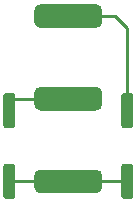
<source format=gbr>
%TF.GenerationSoftware,KiCad,Pcbnew,(5.1.6)-1*%
%TF.CreationDate,2020-07-06T16:42:28-04:00*%
%TF.ProjectId,HarwinHVv2board,48617277-696e-4485-9676-32626f617264,rev?*%
%TF.SameCoordinates,Original*%
%TF.FileFunction,Copper,L1,Top*%
%TF.FilePolarity,Positive*%
%FSLAX46Y46*%
G04 Gerber Fmt 4.6, Leading zero omitted, Abs format (unit mm)*
G04 Created by KiCad (PCBNEW (5.1.6)-1) date 2020-07-06 16:42:28*
%MOMM*%
%LPD*%
G01*
G04 APERTURE LIST*
%TA.AperFunction,Conductor*%
%ADD10C,0.250000*%
%TD*%
G04 APERTURE END LIST*
%TO.P,J4,1*%
%TO.N,Net-(J1-Pad1)*%
%TA.AperFunction,ComponentPad*%
G36*
G01*
X153125000Y-100000000D02*
X153125000Y-99000000D01*
G75*
G02*
X153625000Y-98500000I500000J0D01*
G01*
X158375000Y-98500000D01*
G75*
G02*
X158875000Y-99000000I0J-500000D01*
G01*
X158875000Y-100000000D01*
G75*
G02*
X158375000Y-100500000I-500000J0D01*
G01*
X153625000Y-100500000D01*
G75*
G02*
X153125000Y-100000000I0J500000D01*
G01*
G37*
%TD.AperFunction*%
%TD*%
%TO.P,J5,1*%
%TO.N,Net-(J2-Pad1)*%
%TA.AperFunction,ComponentPad*%
G36*
G01*
X153125000Y-107000000D02*
X153125000Y-106000000D01*
G75*
G02*
X153625000Y-105500000I500000J0D01*
G01*
X158375000Y-105500000D01*
G75*
G02*
X158875000Y-106000000I0J-500000D01*
G01*
X158875000Y-107000000D01*
G75*
G02*
X158375000Y-107500000I-500000J0D01*
G01*
X153625000Y-107500000D01*
G75*
G02*
X153125000Y-107000000I0J500000D01*
G01*
G37*
%TD.AperFunction*%
%TD*%
%TO.P,J3,1*%
%TO.N,Net-(J3-Pad1)*%
%TA.AperFunction,ComponentPad*%
G36*
G01*
X153125000Y-93000000D02*
X153125000Y-92000000D01*
G75*
G02*
X153625000Y-91500000I500000J0D01*
G01*
X158375000Y-91500000D01*
G75*
G02*
X158875000Y-92000000I0J-500000D01*
G01*
X158875000Y-93000000D01*
G75*
G02*
X158375000Y-93500000I-500000J0D01*
G01*
X153625000Y-93500000D01*
G75*
G02*
X153125000Y-93000000I0J500000D01*
G01*
G37*
%TD.AperFunction*%
%TD*%
%TO.P,J7,1*%
%TO.N,Net-(J2-Pad1)*%
%TA.AperFunction,SMDPad,CuDef*%
G36*
G01*
X160500000Y-107750000D02*
X160500000Y-105250000D01*
G75*
G02*
X160750000Y-105000000I250000J0D01*
G01*
X161250000Y-105000000D01*
G75*
G02*
X161500000Y-105250000I0J-250000D01*
G01*
X161500000Y-107750000D01*
G75*
G02*
X161250000Y-108000000I-250000J0D01*
G01*
X160750000Y-108000000D01*
G75*
G02*
X160500000Y-107750000I0J250000D01*
G01*
G37*
%TD.AperFunction*%
%TD*%
%TO.P,J6,1*%
%TO.N,Net-(J3-Pad1)*%
%TA.AperFunction,SMDPad,CuDef*%
G36*
G01*
X160500000Y-101750000D02*
X160500000Y-99250000D01*
G75*
G02*
X160750000Y-99000000I250000J0D01*
G01*
X161250000Y-99000000D01*
G75*
G02*
X161500000Y-99250000I0J-250000D01*
G01*
X161500000Y-101750000D01*
G75*
G02*
X161250000Y-102000000I-250000J0D01*
G01*
X160750000Y-102000000D01*
G75*
G02*
X160500000Y-101750000I0J250000D01*
G01*
G37*
%TD.AperFunction*%
%TD*%
%TO.P,J2,1*%
%TO.N,Net-(J2-Pad1)*%
%TA.AperFunction,SMDPad,CuDef*%
G36*
G01*
X150500000Y-107750000D02*
X150500000Y-105250000D01*
G75*
G02*
X150750000Y-105000000I250000J0D01*
G01*
X151250000Y-105000000D01*
G75*
G02*
X151500000Y-105250000I0J-250000D01*
G01*
X151500000Y-107750000D01*
G75*
G02*
X151250000Y-108000000I-250000J0D01*
G01*
X150750000Y-108000000D01*
G75*
G02*
X150500000Y-107750000I0J250000D01*
G01*
G37*
%TD.AperFunction*%
%TD*%
%TO.P,J1,1*%
%TO.N,Net-(J1-Pad1)*%
%TA.AperFunction,SMDPad,CuDef*%
G36*
G01*
X150500000Y-101750000D02*
X150500000Y-99250000D01*
G75*
G02*
X150750000Y-99000000I250000J0D01*
G01*
X151250000Y-99000000D01*
G75*
G02*
X151500000Y-99250000I0J-250000D01*
G01*
X151500000Y-101750000D01*
G75*
G02*
X151250000Y-102000000I-250000J0D01*
G01*
X150750000Y-102000000D01*
G75*
G02*
X150500000Y-101750000I0J250000D01*
G01*
G37*
%TD.AperFunction*%
%TD*%
D10*
%TO.N,Net-(J1-Pad1)*%
X156000000Y-99500000D02*
X151500000Y-99500000D01*
X151000000Y-100500000D02*
X151000000Y-99500000D01*
X151000000Y-99500000D02*
X151500000Y-99500000D01*
%TO.N,Net-(J2-Pad1)*%
X156000000Y-106500000D02*
X151000000Y-106500000D01*
X156000000Y-106500000D02*
X161000000Y-106500000D01*
%TO.N,Net-(J3-Pad1)*%
X161000000Y-93500000D02*
X161000000Y-100500000D01*
X160000000Y-92500000D02*
X161000000Y-93500000D01*
X156000000Y-92500000D02*
X160000000Y-92500000D01*
%TD*%
M02*

</source>
